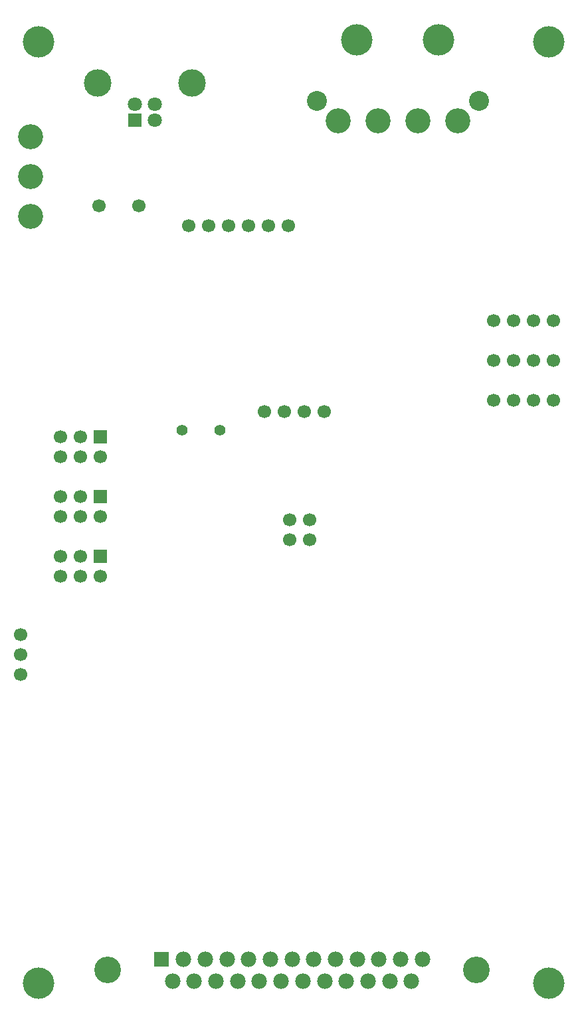
<source format=gbr>
G04 DipTrace 3.0.0.1*
G04 keyboard.BottomMask.gbr*
%MOMM*%
G04 #@! TF.FileFunction,Soldermask,Bot*
G04 #@! TF.Part,Single*
%ADD50C,4.0*%
%ADD51C,3.4*%
%ADD52C,2.54*%
%ADD61C,1.4192*%
%ADD63C,3.5*%
%ADD65C,1.8*%
%ADD67R,1.8X1.8*%
%ADD81R,1.978X1.978*%
%ADD83C,1.978*%
%ADD85C,3.2*%
%ADD87R,1.7X1.7*%
%ADD89C,1.7*%
%FSLAX35Y35*%
G04*
G71*
G90*
G75*
G01*
G04 BotMask*
%LPD*%
D50*
X8000000Y13500000D3*
D51*
X7082900Y1663200D3*
D50*
X1500000Y13500000D3*
D51*
X2378800Y1663200D3*
D50*
X8000000Y1500000D3*
X1500000D3*
X5558000Y13525873D3*
X6598000D3*
D52*
X5045000Y12745873D3*
X7115000D3*
D89*
X2285000Y6691190D3*
X2031000Y6945190D3*
X1777000D3*
D87*
X2285000D3*
D89*
X2031000Y6691190D3*
X1777000D3*
X2285000Y7453190D3*
X2031000Y7707190D3*
X1777000D3*
D87*
X2285000D3*
D89*
X2031000Y7453190D3*
X1777000D3*
D85*
X1396000Y11787000D3*
D83*
X3206857Y1520940D3*
D85*
X1396000Y11279000D3*
D83*
X3483723Y1520940D3*
D89*
X4698000Y7151500D3*
D83*
X3760590Y1520940D3*
D89*
X4698000Y7405500D3*
D83*
X4037423Y1520940D3*
D85*
X5318000Y12491873D3*
X5826000D3*
X6334000D3*
X6842000D3*
D89*
X4952000Y7151500D3*
D83*
X4314290Y1520940D3*
D89*
X4952000Y7405500D3*
D83*
X4591157Y1520940D3*
X4868023D3*
X5144890D3*
X5421723D3*
X5698590D3*
X5975457D3*
X6252323D3*
X6392023Y1805407D3*
X6115157D3*
D89*
X2778000Y11414000D3*
D83*
X5838290Y1805407D3*
D89*
X2270000Y11414000D3*
D81*
X3069690Y1805407D3*
D89*
X3667000Y11160000D3*
D83*
X3346557Y1805407D3*
X3623423D3*
X3900290D3*
X4177123D3*
D89*
X3921000Y11160000D3*
D83*
X4453990Y1805407D3*
D89*
X1269270Y5436143D3*
D83*
X4730857Y1805407D3*
D89*
X1269270Y5690143D3*
D83*
X5007723Y1805407D3*
D89*
X1269270Y5944143D3*
D83*
X5284590Y1805407D3*
D85*
X1396000Y12295000D3*
D83*
X5561423Y1805407D3*
D89*
X4175000Y11160000D3*
X4429000D3*
X4683000D3*
X3413000D3*
X7301500Y9945500D3*
X7555500D3*
X7809500D3*
X8063500D3*
X7301500Y9437500D3*
X7555500D3*
X7809500D3*
X8063500D3*
X7301500Y8929500D3*
X7555500D3*
X7809500D3*
X8063500D3*
X4380097Y8786653D3*
X4634097D3*
X4888097D3*
X5142097D3*
X2285000Y8215190D3*
X2031000Y8469190D3*
X1777000D3*
D87*
X2285000D3*
D89*
X2031000Y8215190D3*
X1777000D3*
D67*
X2729500Y12505500D3*
D65*
X2979500D3*
Y12705500D3*
X2729500D3*
D63*
X3456500Y12976500D3*
X2252500D3*
D61*
X3328000Y8554000D3*
X3810600D3*
M02*

</source>
